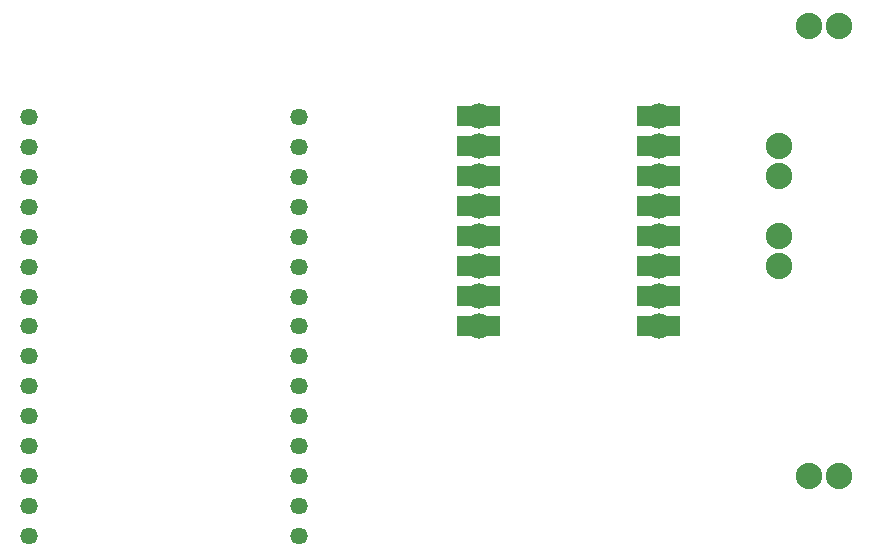
<source format=gbs>
G04 MADE WITH FRITZING*
G04 WWW.FRITZING.ORG*
G04 SINGLE SIDED*
G04 HOLES NOT PLATED*
G04 CONTOUR ON CENTER OF CONTOUR VECTOR*
%ASAXBY*%
%FSLAX23Y23*%
%MOIN*%
%OFA0B0*%
%SFA1.0B1.0*%
%ADD10C,0.084000*%
%ADD11C,0.057829*%
%ADD12C,0.088000*%
%ADD13R,0.001000X0.001000*%
%LNMASK0*%
G90*
G70*
G54D10*
X2448Y2210D03*
X2448Y2110D03*
X2448Y2010D03*
X2448Y1910D03*
X2448Y1810D03*
X2448Y1710D03*
X2448Y1610D03*
X2448Y1510D03*
X1848Y1510D03*
X1848Y1610D03*
X1848Y1710D03*
X1848Y1810D03*
X1848Y1910D03*
X1848Y2010D03*
X1848Y2110D03*
X1848Y2210D03*
G54D11*
X1248Y2009D03*
X351Y2208D03*
X351Y2109D03*
X351Y2009D03*
X351Y1909D03*
X351Y1809D03*
X1248Y2109D03*
X1248Y2208D03*
X1248Y1909D03*
X351Y1709D03*
X351Y1609D03*
X351Y1510D03*
X351Y1410D03*
X351Y1310D03*
X351Y1210D03*
X351Y1110D03*
X351Y1010D03*
X351Y910D03*
X351Y811D03*
X1248Y1510D03*
X1248Y1410D03*
X1248Y1310D03*
X1248Y1210D03*
X1248Y1110D03*
X1248Y1010D03*
X1248Y910D03*
X1248Y811D03*
X1248Y1809D03*
X1248Y1709D03*
X1248Y1609D03*
G54D12*
X2848Y2110D03*
X2848Y2010D03*
X2848Y1810D03*
X2848Y1710D03*
X3048Y2510D03*
X2948Y2510D03*
X3048Y1010D03*
X2948Y1010D03*
G54D13*
X1778Y2244D02*
X1918Y2244D01*
X2378Y2244D02*
X2518Y2244D01*
X1778Y2243D02*
X1918Y2243D01*
X2378Y2243D02*
X2518Y2243D01*
X1778Y2242D02*
X1918Y2242D01*
X2378Y2242D02*
X2518Y2242D01*
X1778Y2241D02*
X1918Y2241D01*
X2378Y2241D02*
X2518Y2241D01*
X1778Y2240D02*
X1918Y2240D01*
X2378Y2240D02*
X2518Y2240D01*
X1778Y2239D02*
X1918Y2239D01*
X2378Y2239D02*
X2518Y2239D01*
X1778Y2238D02*
X1918Y2238D01*
X2378Y2238D02*
X2518Y2238D01*
X1778Y2237D02*
X1918Y2237D01*
X2378Y2237D02*
X2518Y2237D01*
X1778Y2236D02*
X1918Y2236D01*
X2378Y2236D02*
X2518Y2236D01*
X1778Y2235D02*
X1918Y2235D01*
X2378Y2235D02*
X2518Y2235D01*
X1778Y2234D02*
X1918Y2234D01*
X2378Y2234D02*
X2518Y2234D01*
X1778Y2233D02*
X1840Y2233D01*
X1856Y2233D02*
X1918Y2233D01*
X2378Y2233D02*
X2440Y2233D01*
X2456Y2233D02*
X2518Y2233D01*
X1778Y2232D02*
X1838Y2232D01*
X1858Y2232D02*
X1918Y2232D01*
X2378Y2232D02*
X2438Y2232D01*
X2458Y2232D02*
X2518Y2232D01*
X1778Y2231D02*
X1836Y2231D01*
X1860Y2231D02*
X1918Y2231D01*
X2378Y2231D02*
X2436Y2231D01*
X2460Y2231D02*
X2518Y2231D01*
X1778Y2230D02*
X1834Y2230D01*
X1862Y2230D02*
X1918Y2230D01*
X2378Y2230D02*
X2434Y2230D01*
X2462Y2230D02*
X2518Y2230D01*
X1778Y2229D02*
X1833Y2229D01*
X1863Y2229D02*
X1918Y2229D01*
X2378Y2229D02*
X2433Y2229D01*
X2463Y2229D02*
X2518Y2229D01*
X1778Y2228D02*
X1832Y2228D01*
X1864Y2228D02*
X1918Y2228D01*
X2378Y2228D02*
X2432Y2228D01*
X2464Y2228D02*
X2518Y2228D01*
X1778Y2227D02*
X1831Y2227D01*
X1865Y2227D02*
X1918Y2227D01*
X2378Y2227D02*
X2431Y2227D01*
X2465Y2227D02*
X2518Y2227D01*
X1778Y2226D02*
X1830Y2226D01*
X1866Y2226D02*
X1918Y2226D01*
X2378Y2226D02*
X2430Y2226D01*
X2466Y2226D02*
X2518Y2226D01*
X1778Y2225D02*
X1829Y2225D01*
X1867Y2225D02*
X1918Y2225D01*
X2378Y2225D02*
X2429Y2225D01*
X2467Y2225D02*
X2518Y2225D01*
X1778Y2224D02*
X1828Y2224D01*
X1868Y2224D02*
X1918Y2224D01*
X2378Y2224D02*
X2428Y2224D01*
X2468Y2224D02*
X2518Y2224D01*
X1778Y2223D02*
X1827Y2223D01*
X1868Y2223D02*
X1918Y2223D01*
X2378Y2223D02*
X2427Y2223D01*
X2468Y2223D02*
X2518Y2223D01*
X1778Y2222D02*
X1827Y2222D01*
X1869Y2222D02*
X1918Y2222D01*
X2378Y2222D02*
X2427Y2222D01*
X2469Y2222D02*
X2518Y2222D01*
X1778Y2221D02*
X1826Y2221D01*
X1869Y2221D02*
X1918Y2221D01*
X2378Y2221D02*
X2426Y2221D01*
X2469Y2221D02*
X2518Y2221D01*
X1778Y2220D02*
X1826Y2220D01*
X1870Y2220D02*
X1918Y2220D01*
X2378Y2220D02*
X2426Y2220D01*
X2470Y2220D02*
X2518Y2220D01*
X1778Y2219D02*
X1825Y2219D01*
X1870Y2219D02*
X1918Y2219D01*
X2378Y2219D02*
X2425Y2219D01*
X2470Y2219D02*
X2518Y2219D01*
X1778Y2218D02*
X1825Y2218D01*
X1871Y2218D02*
X1918Y2218D01*
X2378Y2218D02*
X2425Y2218D01*
X2471Y2218D02*
X2518Y2218D01*
X1778Y2217D02*
X1825Y2217D01*
X1871Y2217D02*
X1918Y2217D01*
X2378Y2217D02*
X2425Y2217D01*
X2471Y2217D02*
X2518Y2217D01*
X1778Y2216D02*
X1825Y2216D01*
X1871Y2216D02*
X1918Y2216D01*
X2378Y2216D02*
X2425Y2216D01*
X2471Y2216D02*
X2518Y2216D01*
X1778Y2215D02*
X1824Y2215D01*
X1872Y2215D02*
X1918Y2215D01*
X2378Y2215D02*
X2424Y2215D01*
X2472Y2215D02*
X2518Y2215D01*
X1778Y2214D02*
X1824Y2214D01*
X1872Y2214D02*
X1918Y2214D01*
X2378Y2214D02*
X2424Y2214D01*
X2472Y2214D02*
X2518Y2214D01*
X1778Y2213D02*
X1824Y2213D01*
X1872Y2213D02*
X1918Y2213D01*
X2378Y2213D02*
X2424Y2213D01*
X2472Y2213D02*
X2518Y2213D01*
X1778Y2212D02*
X1824Y2212D01*
X1872Y2212D02*
X1918Y2212D01*
X2378Y2212D02*
X2424Y2212D01*
X2472Y2212D02*
X2518Y2212D01*
X1778Y2211D02*
X1824Y2211D01*
X1872Y2211D02*
X1918Y2211D01*
X2378Y2211D02*
X2424Y2211D01*
X2472Y2211D02*
X2518Y2211D01*
X1778Y2210D02*
X1824Y2210D01*
X1872Y2210D02*
X1918Y2210D01*
X2378Y2210D02*
X2424Y2210D01*
X2472Y2210D02*
X2518Y2210D01*
X1778Y2209D02*
X1824Y2209D01*
X1872Y2209D02*
X1918Y2209D01*
X2378Y2209D02*
X2424Y2209D01*
X2472Y2209D02*
X2518Y2209D01*
X1778Y2208D02*
X1824Y2208D01*
X1872Y2208D02*
X1918Y2208D01*
X2378Y2208D02*
X2424Y2208D01*
X2472Y2208D02*
X2518Y2208D01*
X1778Y2207D02*
X1824Y2207D01*
X1872Y2207D02*
X1918Y2207D01*
X2378Y2207D02*
X2424Y2207D01*
X2472Y2207D02*
X2518Y2207D01*
X1778Y2206D02*
X1824Y2206D01*
X1872Y2206D02*
X1918Y2206D01*
X2378Y2206D02*
X2424Y2206D01*
X2472Y2206D02*
X2518Y2206D01*
X1778Y2205D02*
X1825Y2205D01*
X1871Y2205D02*
X1918Y2205D01*
X2378Y2205D02*
X2425Y2205D01*
X2471Y2205D02*
X2518Y2205D01*
X1778Y2204D02*
X1825Y2204D01*
X1871Y2204D02*
X1918Y2204D01*
X2378Y2204D02*
X2425Y2204D01*
X2471Y2204D02*
X2518Y2204D01*
X1778Y2203D02*
X1825Y2203D01*
X1871Y2203D02*
X1918Y2203D01*
X2378Y2203D02*
X2425Y2203D01*
X2471Y2203D02*
X2518Y2203D01*
X1778Y2202D02*
X1825Y2202D01*
X1870Y2202D02*
X1918Y2202D01*
X2378Y2202D02*
X2425Y2202D01*
X2470Y2202D02*
X2518Y2202D01*
X1778Y2201D02*
X1826Y2201D01*
X1870Y2201D02*
X1918Y2201D01*
X2378Y2201D02*
X2426Y2201D01*
X2470Y2201D02*
X2518Y2201D01*
X1778Y2200D02*
X1826Y2200D01*
X1869Y2200D02*
X1918Y2200D01*
X2378Y2200D02*
X2426Y2200D01*
X2469Y2200D02*
X2518Y2200D01*
X1778Y2199D02*
X1827Y2199D01*
X1869Y2199D02*
X1918Y2199D01*
X2378Y2199D02*
X2427Y2199D01*
X2469Y2199D02*
X2518Y2199D01*
X1778Y2198D02*
X1828Y2198D01*
X1868Y2198D02*
X1918Y2198D01*
X2378Y2198D02*
X2428Y2198D01*
X2468Y2198D02*
X2518Y2198D01*
X1778Y2197D02*
X1828Y2197D01*
X1868Y2197D02*
X1918Y2197D01*
X2378Y2197D02*
X2428Y2197D01*
X2468Y2197D02*
X2518Y2197D01*
X1778Y2196D02*
X1829Y2196D01*
X1867Y2196D02*
X1918Y2196D01*
X2378Y2196D02*
X2429Y2196D01*
X2467Y2196D02*
X2518Y2196D01*
X1778Y2195D02*
X1830Y2195D01*
X1866Y2195D02*
X1918Y2195D01*
X2378Y2195D02*
X2430Y2195D01*
X2466Y2195D02*
X2518Y2195D01*
X1778Y2194D02*
X1831Y2194D01*
X1865Y2194D02*
X1918Y2194D01*
X2378Y2194D02*
X2431Y2194D01*
X2465Y2194D02*
X2518Y2194D01*
X1778Y2193D02*
X1832Y2193D01*
X1864Y2193D02*
X1918Y2193D01*
X2378Y2193D02*
X2432Y2193D01*
X2464Y2193D02*
X2518Y2193D01*
X1778Y2192D02*
X1833Y2192D01*
X1863Y2192D02*
X1918Y2192D01*
X2378Y2192D02*
X2433Y2192D01*
X2463Y2192D02*
X2518Y2192D01*
X1778Y2191D02*
X1834Y2191D01*
X1861Y2191D02*
X1918Y2191D01*
X2378Y2191D02*
X2434Y2191D01*
X2461Y2191D02*
X2518Y2191D01*
X1778Y2190D02*
X1836Y2190D01*
X1860Y2190D02*
X1918Y2190D01*
X2378Y2190D02*
X2436Y2190D01*
X2460Y2190D02*
X2518Y2190D01*
X1778Y2189D02*
X1838Y2189D01*
X1858Y2189D02*
X1918Y2189D01*
X2378Y2189D02*
X2438Y2189D01*
X2458Y2189D02*
X2518Y2189D01*
X1778Y2188D02*
X1841Y2188D01*
X1855Y2188D02*
X1918Y2188D01*
X2378Y2188D02*
X2441Y2188D01*
X2455Y2188D02*
X2518Y2188D01*
X1778Y2187D02*
X1918Y2187D01*
X2378Y2187D02*
X2518Y2187D01*
X1778Y2186D02*
X1918Y2186D01*
X2378Y2186D02*
X2518Y2186D01*
X1778Y2185D02*
X1918Y2185D01*
X2378Y2185D02*
X2518Y2185D01*
X1778Y2184D02*
X1918Y2184D01*
X2378Y2184D02*
X2518Y2184D01*
X1778Y2183D02*
X1918Y2183D01*
X2378Y2183D02*
X2518Y2183D01*
X1778Y2182D02*
X1918Y2182D01*
X2378Y2182D02*
X2518Y2182D01*
X1778Y2181D02*
X1918Y2181D01*
X2378Y2181D02*
X2518Y2181D01*
X1778Y2180D02*
X1918Y2180D01*
X2378Y2180D02*
X2518Y2180D01*
X1778Y2179D02*
X1918Y2179D01*
X2378Y2179D02*
X2518Y2179D01*
X1778Y2178D02*
X1918Y2178D01*
X2378Y2178D02*
X2518Y2178D01*
X1844Y2177D02*
X1852Y2177D01*
X2444Y2177D02*
X2452Y2177D01*
X1778Y2144D02*
X1918Y2144D01*
X2378Y2144D02*
X2518Y2144D01*
X1778Y2143D02*
X1918Y2143D01*
X2378Y2143D02*
X2518Y2143D01*
X1778Y2142D02*
X1918Y2142D01*
X2378Y2142D02*
X2518Y2142D01*
X1778Y2141D02*
X1918Y2141D01*
X2378Y2141D02*
X2518Y2141D01*
X1778Y2140D02*
X1918Y2140D01*
X2378Y2140D02*
X2518Y2140D01*
X1778Y2139D02*
X1918Y2139D01*
X2378Y2139D02*
X2518Y2139D01*
X1778Y2138D02*
X1918Y2138D01*
X2378Y2138D02*
X2518Y2138D01*
X1778Y2137D02*
X1918Y2137D01*
X2378Y2137D02*
X2518Y2137D01*
X1778Y2136D02*
X1918Y2136D01*
X2378Y2136D02*
X2518Y2136D01*
X1778Y2135D02*
X1918Y2135D01*
X2378Y2135D02*
X2518Y2135D01*
X1778Y2134D02*
X1918Y2134D01*
X2378Y2134D02*
X2518Y2134D01*
X1778Y2133D02*
X1840Y2133D01*
X1856Y2133D02*
X1918Y2133D01*
X2378Y2133D02*
X2440Y2133D01*
X2456Y2133D02*
X2518Y2133D01*
X1778Y2132D02*
X1838Y2132D01*
X1858Y2132D02*
X1918Y2132D01*
X2378Y2132D02*
X2438Y2132D01*
X2458Y2132D02*
X2518Y2132D01*
X1778Y2131D02*
X1836Y2131D01*
X1860Y2131D02*
X1918Y2131D01*
X2378Y2131D02*
X2436Y2131D01*
X2460Y2131D02*
X2518Y2131D01*
X1778Y2130D02*
X1834Y2130D01*
X1862Y2130D02*
X1918Y2130D01*
X2378Y2130D02*
X2434Y2130D01*
X2462Y2130D02*
X2518Y2130D01*
X1778Y2129D02*
X1833Y2129D01*
X1863Y2129D02*
X1918Y2129D01*
X2378Y2129D02*
X2433Y2129D01*
X2463Y2129D02*
X2518Y2129D01*
X1778Y2128D02*
X1832Y2128D01*
X1864Y2128D02*
X1918Y2128D01*
X2378Y2128D02*
X2432Y2128D01*
X2464Y2128D02*
X2518Y2128D01*
X1778Y2127D02*
X1831Y2127D01*
X1865Y2127D02*
X1918Y2127D01*
X2378Y2127D02*
X2431Y2127D01*
X2465Y2127D02*
X2518Y2127D01*
X1778Y2126D02*
X1830Y2126D01*
X1866Y2126D02*
X1918Y2126D01*
X2378Y2126D02*
X2430Y2126D01*
X2466Y2126D02*
X2518Y2126D01*
X1778Y2125D02*
X1829Y2125D01*
X1867Y2125D02*
X1918Y2125D01*
X2378Y2125D02*
X2429Y2125D01*
X2467Y2125D02*
X2518Y2125D01*
X1778Y2124D02*
X1828Y2124D01*
X1868Y2124D02*
X1918Y2124D01*
X2378Y2124D02*
X2428Y2124D01*
X2468Y2124D02*
X2518Y2124D01*
X1778Y2123D02*
X1827Y2123D01*
X1868Y2123D02*
X1918Y2123D01*
X2378Y2123D02*
X2427Y2123D01*
X2468Y2123D02*
X2518Y2123D01*
X1778Y2122D02*
X1827Y2122D01*
X1869Y2122D02*
X1918Y2122D01*
X2378Y2122D02*
X2427Y2122D01*
X2469Y2122D02*
X2518Y2122D01*
X1778Y2121D02*
X1826Y2121D01*
X1870Y2121D02*
X1918Y2121D01*
X2378Y2121D02*
X2426Y2121D01*
X2470Y2121D02*
X2518Y2121D01*
X1778Y2120D02*
X1826Y2120D01*
X1870Y2120D02*
X1918Y2120D01*
X2378Y2120D02*
X2426Y2120D01*
X2470Y2120D02*
X2518Y2120D01*
X1778Y2119D02*
X1825Y2119D01*
X1870Y2119D02*
X1918Y2119D01*
X2378Y2119D02*
X2425Y2119D01*
X2470Y2119D02*
X2518Y2119D01*
X1778Y2118D02*
X1825Y2118D01*
X1871Y2118D02*
X1918Y2118D01*
X2378Y2118D02*
X2425Y2118D01*
X2471Y2118D02*
X2518Y2118D01*
X1778Y2117D02*
X1825Y2117D01*
X1871Y2117D02*
X1918Y2117D01*
X2378Y2117D02*
X2425Y2117D01*
X2471Y2117D02*
X2518Y2117D01*
X1778Y2116D02*
X1825Y2116D01*
X1871Y2116D02*
X1918Y2116D01*
X2378Y2116D02*
X2425Y2116D01*
X2471Y2116D02*
X2518Y2116D01*
X1778Y2115D02*
X1824Y2115D01*
X1872Y2115D02*
X1918Y2115D01*
X2378Y2115D02*
X2424Y2115D01*
X2472Y2115D02*
X2518Y2115D01*
X1778Y2114D02*
X1824Y2114D01*
X1872Y2114D02*
X1918Y2114D01*
X2378Y2114D02*
X2424Y2114D01*
X2472Y2114D02*
X2518Y2114D01*
X1778Y2113D02*
X1824Y2113D01*
X1872Y2113D02*
X1918Y2113D01*
X2378Y2113D02*
X2424Y2113D01*
X2472Y2113D02*
X2518Y2113D01*
X1778Y2112D02*
X1824Y2112D01*
X1872Y2112D02*
X1918Y2112D01*
X2378Y2112D02*
X2424Y2112D01*
X2472Y2112D02*
X2518Y2112D01*
X1778Y2111D02*
X1824Y2111D01*
X1872Y2111D02*
X1918Y2111D01*
X2378Y2111D02*
X2424Y2111D01*
X2472Y2111D02*
X2518Y2111D01*
X1778Y2110D02*
X1824Y2110D01*
X1872Y2110D02*
X1918Y2110D01*
X2378Y2110D02*
X2424Y2110D01*
X2472Y2110D02*
X2518Y2110D01*
X1778Y2109D02*
X1824Y2109D01*
X1872Y2109D02*
X1918Y2109D01*
X2378Y2109D02*
X2424Y2109D01*
X2472Y2109D02*
X2518Y2109D01*
X1778Y2108D02*
X1824Y2108D01*
X1872Y2108D02*
X1918Y2108D01*
X2378Y2108D02*
X2424Y2108D01*
X2472Y2108D02*
X2518Y2108D01*
X1778Y2107D02*
X1824Y2107D01*
X1872Y2107D02*
X1918Y2107D01*
X2378Y2107D02*
X2424Y2107D01*
X2472Y2107D02*
X2518Y2107D01*
X1778Y2106D02*
X1824Y2106D01*
X1872Y2106D02*
X1918Y2106D01*
X2378Y2106D02*
X2424Y2106D01*
X2472Y2106D02*
X2518Y2106D01*
X1778Y2105D02*
X1825Y2105D01*
X1871Y2105D02*
X1918Y2105D01*
X2378Y2105D02*
X2425Y2105D01*
X2471Y2105D02*
X2518Y2105D01*
X1778Y2104D02*
X1825Y2104D01*
X1871Y2104D02*
X1918Y2104D01*
X2378Y2104D02*
X2425Y2104D01*
X2471Y2104D02*
X2518Y2104D01*
X1778Y2103D02*
X1825Y2103D01*
X1871Y2103D02*
X1918Y2103D01*
X2378Y2103D02*
X2425Y2103D01*
X2471Y2103D02*
X2518Y2103D01*
X1778Y2102D02*
X1825Y2102D01*
X1870Y2102D02*
X1918Y2102D01*
X2378Y2102D02*
X2425Y2102D01*
X2470Y2102D02*
X2518Y2102D01*
X1778Y2101D02*
X1826Y2101D01*
X1870Y2101D02*
X1918Y2101D01*
X2378Y2101D02*
X2426Y2101D01*
X2470Y2101D02*
X2518Y2101D01*
X1778Y2100D02*
X1826Y2100D01*
X1869Y2100D02*
X1918Y2100D01*
X2378Y2100D02*
X2426Y2100D01*
X2469Y2100D02*
X2518Y2100D01*
X1778Y2099D02*
X1827Y2099D01*
X1869Y2099D02*
X1918Y2099D01*
X2378Y2099D02*
X2427Y2099D01*
X2469Y2099D02*
X2518Y2099D01*
X1778Y2098D02*
X1828Y2098D01*
X1868Y2098D02*
X1918Y2098D01*
X2378Y2098D02*
X2428Y2098D01*
X2468Y2098D02*
X2518Y2098D01*
X1778Y2097D02*
X1828Y2097D01*
X1868Y2097D02*
X1918Y2097D01*
X2378Y2097D02*
X2428Y2097D01*
X2468Y2097D02*
X2518Y2097D01*
X1778Y2096D02*
X1829Y2096D01*
X1867Y2096D02*
X1918Y2096D01*
X2378Y2096D02*
X2429Y2096D01*
X2467Y2096D02*
X2518Y2096D01*
X1778Y2095D02*
X1830Y2095D01*
X1866Y2095D02*
X1918Y2095D01*
X2378Y2095D02*
X2430Y2095D01*
X2466Y2095D02*
X2518Y2095D01*
X1778Y2094D02*
X1831Y2094D01*
X1865Y2094D02*
X1918Y2094D01*
X2378Y2094D02*
X2431Y2094D01*
X2465Y2094D02*
X2518Y2094D01*
X1778Y2093D02*
X1832Y2093D01*
X1864Y2093D02*
X1918Y2093D01*
X2378Y2093D02*
X2432Y2093D01*
X2464Y2093D02*
X2518Y2093D01*
X1778Y2092D02*
X1833Y2092D01*
X1863Y2092D02*
X1918Y2092D01*
X2378Y2092D02*
X2433Y2092D01*
X2463Y2092D02*
X2518Y2092D01*
X1778Y2091D02*
X1834Y2091D01*
X1861Y2091D02*
X1918Y2091D01*
X2378Y2091D02*
X2434Y2091D01*
X2461Y2091D02*
X2518Y2091D01*
X1778Y2090D02*
X1836Y2090D01*
X1860Y2090D02*
X1918Y2090D01*
X2378Y2090D02*
X2436Y2090D01*
X2460Y2090D02*
X2518Y2090D01*
X1778Y2089D02*
X1838Y2089D01*
X1858Y2089D02*
X1918Y2089D01*
X2378Y2089D02*
X2438Y2089D01*
X2458Y2089D02*
X2518Y2089D01*
X1778Y2088D02*
X1841Y2088D01*
X1855Y2088D02*
X1918Y2088D01*
X2378Y2088D02*
X2441Y2088D01*
X2455Y2088D02*
X2518Y2088D01*
X1778Y2087D02*
X1918Y2087D01*
X2378Y2087D02*
X2518Y2087D01*
X1778Y2086D02*
X1918Y2086D01*
X2378Y2086D02*
X2518Y2086D01*
X1778Y2085D02*
X1918Y2085D01*
X2378Y2085D02*
X2518Y2085D01*
X1778Y2084D02*
X1918Y2084D01*
X2378Y2084D02*
X2518Y2084D01*
X1778Y2083D02*
X1918Y2083D01*
X2378Y2083D02*
X2518Y2083D01*
X1778Y2082D02*
X1918Y2082D01*
X2378Y2082D02*
X2518Y2082D01*
X1778Y2081D02*
X1918Y2081D01*
X2378Y2081D02*
X2518Y2081D01*
X1778Y2080D02*
X1918Y2080D01*
X2378Y2080D02*
X2518Y2080D01*
X1778Y2079D02*
X1918Y2079D01*
X2378Y2079D02*
X2518Y2079D01*
X1778Y2078D02*
X1918Y2078D01*
X2378Y2078D02*
X2518Y2078D01*
X1845Y2077D02*
X1851Y2077D01*
X2445Y2077D02*
X2451Y2077D01*
X1778Y2044D02*
X1918Y2044D01*
X2378Y2044D02*
X2518Y2044D01*
X1778Y2043D02*
X1918Y2043D01*
X2378Y2043D02*
X2518Y2043D01*
X1778Y2042D02*
X1918Y2042D01*
X2378Y2042D02*
X2518Y2042D01*
X1778Y2041D02*
X1918Y2041D01*
X2378Y2041D02*
X2518Y2041D01*
X1778Y2040D02*
X1918Y2040D01*
X2378Y2040D02*
X2518Y2040D01*
X1778Y2039D02*
X1918Y2039D01*
X2378Y2039D02*
X2518Y2039D01*
X1778Y2038D02*
X1918Y2038D01*
X2378Y2038D02*
X2518Y2038D01*
X1778Y2037D02*
X1918Y2037D01*
X2378Y2037D02*
X2518Y2037D01*
X1778Y2036D02*
X1918Y2036D01*
X2378Y2036D02*
X2518Y2036D01*
X1778Y2035D02*
X1918Y2035D01*
X2378Y2035D02*
X2518Y2035D01*
X1778Y2034D02*
X1918Y2034D01*
X2378Y2034D02*
X2518Y2034D01*
X1778Y2033D02*
X1840Y2033D01*
X1856Y2033D02*
X1918Y2033D01*
X2378Y2033D02*
X2440Y2033D01*
X2456Y2033D02*
X2518Y2033D01*
X1778Y2032D02*
X1838Y2032D01*
X1858Y2032D02*
X1918Y2032D01*
X2378Y2032D02*
X2438Y2032D01*
X2458Y2032D02*
X2518Y2032D01*
X1778Y2031D02*
X1836Y2031D01*
X1860Y2031D02*
X1918Y2031D01*
X2378Y2031D02*
X2436Y2031D01*
X2460Y2031D02*
X2518Y2031D01*
X1778Y2030D02*
X1834Y2030D01*
X1862Y2030D02*
X1918Y2030D01*
X2378Y2030D02*
X2434Y2030D01*
X2462Y2030D02*
X2518Y2030D01*
X1778Y2029D02*
X1833Y2029D01*
X1863Y2029D02*
X1918Y2029D01*
X2378Y2029D02*
X2433Y2029D01*
X2463Y2029D02*
X2518Y2029D01*
X1778Y2028D02*
X1832Y2028D01*
X1864Y2028D02*
X1918Y2028D01*
X2378Y2028D02*
X2432Y2028D01*
X2464Y2028D02*
X2518Y2028D01*
X1778Y2027D02*
X1831Y2027D01*
X1865Y2027D02*
X1918Y2027D01*
X2378Y2027D02*
X2431Y2027D01*
X2465Y2027D02*
X2518Y2027D01*
X1778Y2026D02*
X1830Y2026D01*
X1866Y2026D02*
X1918Y2026D01*
X2378Y2026D02*
X2430Y2026D01*
X2466Y2026D02*
X2518Y2026D01*
X1778Y2025D02*
X1829Y2025D01*
X1867Y2025D02*
X1918Y2025D01*
X2378Y2025D02*
X2429Y2025D01*
X2467Y2025D02*
X2518Y2025D01*
X1778Y2024D02*
X1828Y2024D01*
X1868Y2024D02*
X1918Y2024D01*
X2378Y2024D02*
X2428Y2024D01*
X2468Y2024D02*
X2518Y2024D01*
X1778Y2023D02*
X1827Y2023D01*
X1868Y2023D02*
X1918Y2023D01*
X2378Y2023D02*
X2427Y2023D01*
X2468Y2023D02*
X2518Y2023D01*
X1778Y2022D02*
X1827Y2022D01*
X1869Y2022D02*
X1918Y2022D01*
X2378Y2022D02*
X2427Y2022D01*
X2469Y2022D02*
X2518Y2022D01*
X1778Y2021D02*
X1826Y2021D01*
X1870Y2021D02*
X1918Y2021D01*
X2378Y2021D02*
X2426Y2021D01*
X2470Y2021D02*
X2518Y2021D01*
X1778Y2020D02*
X1826Y2020D01*
X1870Y2020D02*
X1918Y2020D01*
X2378Y2020D02*
X2426Y2020D01*
X2470Y2020D02*
X2518Y2020D01*
X1778Y2019D02*
X1825Y2019D01*
X1870Y2019D02*
X1918Y2019D01*
X2378Y2019D02*
X2425Y2019D01*
X2470Y2019D02*
X2518Y2019D01*
X1778Y2018D02*
X1825Y2018D01*
X1871Y2018D02*
X1918Y2018D01*
X2378Y2018D02*
X2425Y2018D01*
X2471Y2018D02*
X2518Y2018D01*
X1778Y2017D02*
X1825Y2017D01*
X1871Y2017D02*
X1918Y2017D01*
X2378Y2017D02*
X2425Y2017D01*
X2471Y2017D02*
X2518Y2017D01*
X1778Y2016D02*
X1825Y2016D01*
X1871Y2016D02*
X1918Y2016D01*
X2378Y2016D02*
X2425Y2016D01*
X2471Y2016D02*
X2518Y2016D01*
X1778Y2015D02*
X1824Y2015D01*
X1872Y2015D02*
X1918Y2015D01*
X2378Y2015D02*
X2424Y2015D01*
X2472Y2015D02*
X2518Y2015D01*
X1778Y2014D02*
X1824Y2014D01*
X1872Y2014D02*
X1918Y2014D01*
X2378Y2014D02*
X2424Y2014D01*
X2472Y2014D02*
X2518Y2014D01*
X1778Y2013D02*
X1824Y2013D01*
X1872Y2013D02*
X1918Y2013D01*
X2378Y2013D02*
X2424Y2013D01*
X2472Y2013D02*
X2518Y2013D01*
X1778Y2012D02*
X1824Y2012D01*
X1872Y2012D02*
X1918Y2012D01*
X2378Y2012D02*
X2424Y2012D01*
X2472Y2012D02*
X2518Y2012D01*
X1778Y2011D02*
X1824Y2011D01*
X1872Y2011D02*
X1918Y2011D01*
X2378Y2011D02*
X2424Y2011D01*
X2472Y2011D02*
X2518Y2011D01*
X1778Y2010D02*
X1824Y2010D01*
X1872Y2010D02*
X1918Y2010D01*
X2378Y2010D02*
X2424Y2010D01*
X2472Y2010D02*
X2518Y2010D01*
X1778Y2009D02*
X1824Y2009D01*
X1872Y2009D02*
X1918Y2009D01*
X2378Y2009D02*
X2424Y2009D01*
X2472Y2009D02*
X2518Y2009D01*
X1778Y2008D02*
X1824Y2008D01*
X1872Y2008D02*
X1918Y2008D01*
X2378Y2008D02*
X2424Y2008D01*
X2472Y2008D02*
X2518Y2008D01*
X1778Y2007D02*
X1824Y2007D01*
X1872Y2007D02*
X1918Y2007D01*
X2378Y2007D02*
X2424Y2007D01*
X2472Y2007D02*
X2518Y2007D01*
X1778Y2006D02*
X1824Y2006D01*
X1872Y2006D02*
X1918Y2006D01*
X2378Y2006D02*
X2424Y2006D01*
X2471Y2006D02*
X2518Y2006D01*
X1778Y2005D02*
X1825Y2005D01*
X1871Y2005D02*
X1918Y2005D01*
X2378Y2005D02*
X2425Y2005D01*
X2471Y2005D02*
X2518Y2005D01*
X1778Y2004D02*
X1825Y2004D01*
X1871Y2004D02*
X1918Y2004D01*
X2378Y2004D02*
X2425Y2004D01*
X2471Y2004D02*
X2518Y2004D01*
X1778Y2003D02*
X1825Y2003D01*
X1871Y2003D02*
X1918Y2003D01*
X2378Y2003D02*
X2425Y2003D01*
X2471Y2003D02*
X2518Y2003D01*
X1778Y2002D02*
X1826Y2002D01*
X1870Y2002D02*
X1918Y2002D01*
X2378Y2002D02*
X2426Y2002D01*
X2470Y2002D02*
X2518Y2002D01*
X1778Y2001D02*
X1826Y2001D01*
X1870Y2001D02*
X1918Y2001D01*
X2378Y2001D02*
X2426Y2001D01*
X2470Y2001D02*
X2518Y2001D01*
X1778Y2000D02*
X1827Y2000D01*
X1869Y2000D02*
X1918Y2000D01*
X2378Y2000D02*
X2427Y2000D01*
X2469Y2000D02*
X2518Y2000D01*
X1778Y1999D02*
X1827Y1999D01*
X1869Y1999D02*
X1918Y1999D01*
X2378Y1999D02*
X2427Y1999D01*
X2469Y1999D02*
X2518Y1999D01*
X1778Y1998D02*
X1828Y1998D01*
X1868Y1998D02*
X1918Y1998D01*
X2378Y1998D02*
X2428Y1998D01*
X2468Y1998D02*
X2518Y1998D01*
X1778Y1997D02*
X1828Y1997D01*
X1868Y1997D02*
X1918Y1997D01*
X2378Y1997D02*
X2428Y1997D01*
X2468Y1997D02*
X2518Y1997D01*
X1778Y1996D02*
X1829Y1996D01*
X1867Y1996D02*
X1918Y1996D01*
X2378Y1996D02*
X2429Y1996D01*
X2467Y1996D02*
X2518Y1996D01*
X1778Y1995D02*
X1830Y1995D01*
X1866Y1995D02*
X1918Y1995D01*
X2378Y1995D02*
X2430Y1995D01*
X2466Y1995D02*
X2518Y1995D01*
X1778Y1994D02*
X1831Y1994D01*
X1865Y1994D02*
X1918Y1994D01*
X2378Y1994D02*
X2431Y1994D01*
X2465Y1994D02*
X2518Y1994D01*
X1778Y1993D02*
X1832Y1993D01*
X1864Y1993D02*
X1918Y1993D01*
X2378Y1993D02*
X2432Y1993D01*
X2464Y1993D02*
X2518Y1993D01*
X1778Y1992D02*
X1833Y1992D01*
X1863Y1992D02*
X1918Y1992D01*
X2378Y1992D02*
X2433Y1992D01*
X2463Y1992D02*
X2518Y1992D01*
X1778Y1991D02*
X1835Y1991D01*
X1861Y1991D02*
X1918Y1991D01*
X2378Y1991D02*
X2435Y1991D01*
X2461Y1991D02*
X2518Y1991D01*
X1778Y1990D02*
X1836Y1990D01*
X1860Y1990D02*
X1918Y1990D01*
X2378Y1990D02*
X2436Y1990D01*
X2460Y1990D02*
X2518Y1990D01*
X1778Y1989D02*
X1838Y1989D01*
X1858Y1989D02*
X1918Y1989D01*
X2378Y1989D02*
X2438Y1989D01*
X2458Y1989D02*
X2518Y1989D01*
X1778Y1988D02*
X1841Y1988D01*
X1855Y1988D02*
X1918Y1988D01*
X2378Y1988D02*
X2441Y1988D01*
X2455Y1988D02*
X2518Y1988D01*
X1778Y1987D02*
X1918Y1987D01*
X2378Y1987D02*
X2518Y1987D01*
X1778Y1986D02*
X1918Y1986D01*
X2378Y1986D02*
X2518Y1986D01*
X1778Y1985D02*
X1918Y1985D01*
X2378Y1985D02*
X2518Y1985D01*
X1778Y1984D02*
X1918Y1984D01*
X2378Y1984D02*
X2518Y1984D01*
X1778Y1983D02*
X1918Y1983D01*
X2378Y1983D02*
X2518Y1983D01*
X1778Y1982D02*
X1918Y1982D01*
X2378Y1982D02*
X2518Y1982D01*
X1778Y1981D02*
X1918Y1981D01*
X2378Y1981D02*
X2518Y1981D01*
X1778Y1980D02*
X1918Y1980D01*
X2378Y1980D02*
X2518Y1980D01*
X1778Y1979D02*
X1918Y1979D01*
X2378Y1979D02*
X2518Y1979D01*
X1778Y1978D02*
X1918Y1978D01*
X2378Y1978D02*
X2518Y1978D01*
X1845Y1977D02*
X1850Y1977D01*
X2445Y1977D02*
X2450Y1977D01*
X1778Y1944D02*
X1918Y1944D01*
X2378Y1944D02*
X2518Y1944D01*
X1778Y1943D02*
X1918Y1943D01*
X2378Y1943D02*
X2518Y1943D01*
X1778Y1942D02*
X1918Y1942D01*
X2378Y1942D02*
X2518Y1942D01*
X1778Y1941D02*
X1918Y1941D01*
X2378Y1941D02*
X2518Y1941D01*
X1778Y1940D02*
X1918Y1940D01*
X2378Y1940D02*
X2518Y1940D01*
X1778Y1939D02*
X1918Y1939D01*
X2378Y1939D02*
X2518Y1939D01*
X1778Y1938D02*
X1918Y1938D01*
X2378Y1938D02*
X2518Y1938D01*
X1778Y1937D02*
X1918Y1937D01*
X2378Y1937D02*
X2518Y1937D01*
X1778Y1936D02*
X1918Y1936D01*
X2378Y1936D02*
X2518Y1936D01*
X1778Y1935D02*
X1918Y1935D01*
X2378Y1935D02*
X2518Y1935D01*
X1778Y1934D02*
X1918Y1934D01*
X2378Y1934D02*
X2518Y1934D01*
X1778Y1933D02*
X1840Y1933D01*
X1856Y1933D02*
X1918Y1933D01*
X2378Y1933D02*
X2440Y1933D01*
X2456Y1933D02*
X2518Y1933D01*
X1778Y1932D02*
X1837Y1932D01*
X1858Y1932D02*
X1918Y1932D01*
X2378Y1932D02*
X2437Y1932D01*
X2458Y1932D02*
X2518Y1932D01*
X1778Y1931D02*
X1836Y1931D01*
X1860Y1931D02*
X1918Y1931D01*
X2378Y1931D02*
X2436Y1931D01*
X2460Y1931D02*
X2518Y1931D01*
X1778Y1930D02*
X1834Y1930D01*
X1862Y1930D02*
X1918Y1930D01*
X2378Y1930D02*
X2434Y1930D01*
X2462Y1930D02*
X2518Y1930D01*
X1778Y1929D02*
X1833Y1929D01*
X1863Y1929D02*
X1918Y1929D01*
X2378Y1929D02*
X2433Y1929D01*
X2463Y1929D02*
X2518Y1929D01*
X1778Y1928D02*
X1832Y1928D01*
X1864Y1928D02*
X1918Y1928D01*
X2378Y1928D02*
X2432Y1928D01*
X2464Y1928D02*
X2518Y1928D01*
X1778Y1927D02*
X1831Y1927D01*
X1865Y1927D02*
X1918Y1927D01*
X2378Y1927D02*
X2431Y1927D01*
X2465Y1927D02*
X2518Y1927D01*
X1778Y1926D02*
X1830Y1926D01*
X1866Y1926D02*
X1918Y1926D01*
X2378Y1926D02*
X2430Y1926D01*
X2466Y1926D02*
X2518Y1926D01*
X1778Y1925D02*
X1829Y1925D01*
X1867Y1925D02*
X1918Y1925D01*
X2378Y1925D02*
X2429Y1925D01*
X2467Y1925D02*
X2518Y1925D01*
X1778Y1924D02*
X1828Y1924D01*
X1868Y1924D02*
X1918Y1924D01*
X2378Y1924D02*
X2428Y1924D01*
X2468Y1924D02*
X2518Y1924D01*
X1778Y1923D02*
X1827Y1923D01*
X1868Y1923D02*
X1918Y1923D01*
X2378Y1923D02*
X2427Y1923D01*
X2468Y1923D02*
X2518Y1923D01*
X1778Y1922D02*
X1827Y1922D01*
X1869Y1922D02*
X1918Y1922D01*
X2378Y1922D02*
X2427Y1922D01*
X2469Y1922D02*
X2518Y1922D01*
X1778Y1921D02*
X1826Y1921D01*
X1870Y1921D02*
X1918Y1921D01*
X2378Y1921D02*
X2426Y1921D01*
X2470Y1921D02*
X2518Y1921D01*
X1778Y1920D02*
X1826Y1920D01*
X1870Y1920D02*
X1918Y1920D01*
X2378Y1920D02*
X2426Y1920D01*
X2470Y1920D02*
X2518Y1920D01*
X1778Y1919D02*
X1825Y1919D01*
X1870Y1919D02*
X1918Y1919D01*
X2378Y1919D02*
X2425Y1919D01*
X2470Y1919D02*
X2518Y1919D01*
X1778Y1918D02*
X1825Y1918D01*
X1871Y1918D02*
X1918Y1918D01*
X2378Y1918D02*
X2425Y1918D01*
X2471Y1918D02*
X2518Y1918D01*
X1778Y1917D02*
X1825Y1917D01*
X1871Y1917D02*
X1918Y1917D01*
X2378Y1917D02*
X2425Y1917D01*
X2471Y1917D02*
X2518Y1917D01*
X1778Y1916D02*
X1824Y1916D01*
X1871Y1916D02*
X1918Y1916D01*
X2378Y1916D02*
X2424Y1916D01*
X2471Y1916D02*
X2518Y1916D01*
X1778Y1915D02*
X1824Y1915D01*
X1872Y1915D02*
X1918Y1915D01*
X2378Y1915D02*
X2424Y1915D01*
X2472Y1915D02*
X2518Y1915D01*
X1778Y1914D02*
X1824Y1914D01*
X1872Y1914D02*
X1918Y1914D01*
X2378Y1914D02*
X2424Y1914D01*
X2472Y1914D02*
X2518Y1914D01*
X1778Y1913D02*
X1824Y1913D01*
X1872Y1913D02*
X1918Y1913D01*
X2378Y1913D02*
X2424Y1913D01*
X2472Y1913D02*
X2518Y1913D01*
X1778Y1912D02*
X1824Y1912D01*
X1872Y1912D02*
X1918Y1912D01*
X2378Y1912D02*
X2424Y1912D01*
X2472Y1912D02*
X2518Y1912D01*
X1778Y1911D02*
X1824Y1911D01*
X1872Y1911D02*
X1918Y1911D01*
X2378Y1911D02*
X2424Y1911D01*
X2472Y1911D02*
X2518Y1911D01*
X1778Y1910D02*
X1824Y1910D01*
X1872Y1910D02*
X1918Y1910D01*
X2378Y1910D02*
X2424Y1910D01*
X2472Y1910D02*
X2518Y1910D01*
X1778Y1909D02*
X1824Y1909D01*
X1872Y1909D02*
X1918Y1909D01*
X2378Y1909D02*
X2424Y1909D01*
X2472Y1909D02*
X2518Y1909D01*
X1778Y1908D02*
X1824Y1908D01*
X1872Y1908D02*
X1918Y1908D01*
X2378Y1908D02*
X2424Y1908D01*
X2472Y1908D02*
X2518Y1908D01*
X1778Y1907D02*
X1824Y1907D01*
X1872Y1907D02*
X1918Y1907D01*
X2378Y1907D02*
X2424Y1907D01*
X2472Y1907D02*
X2518Y1907D01*
X1778Y1906D02*
X1824Y1906D01*
X1872Y1906D02*
X1918Y1906D01*
X2378Y1906D02*
X2424Y1906D01*
X2471Y1906D02*
X2518Y1906D01*
X1778Y1905D02*
X1825Y1905D01*
X1871Y1905D02*
X1918Y1905D01*
X2378Y1905D02*
X2425Y1905D01*
X2471Y1905D02*
X2518Y1905D01*
X1778Y1904D02*
X1825Y1904D01*
X1871Y1904D02*
X1918Y1904D01*
X2378Y1904D02*
X2425Y1904D01*
X2471Y1904D02*
X2518Y1904D01*
X1778Y1903D02*
X1825Y1903D01*
X1871Y1903D02*
X1918Y1903D01*
X2378Y1903D02*
X2425Y1903D01*
X2471Y1903D02*
X2518Y1903D01*
X1778Y1902D02*
X1826Y1902D01*
X1870Y1902D02*
X1918Y1902D01*
X2378Y1902D02*
X2426Y1902D01*
X2470Y1902D02*
X2518Y1902D01*
X1778Y1901D02*
X1826Y1901D01*
X1870Y1901D02*
X1918Y1901D01*
X2378Y1901D02*
X2426Y1901D01*
X2470Y1901D02*
X2518Y1901D01*
X1778Y1900D02*
X1827Y1900D01*
X1869Y1900D02*
X1918Y1900D01*
X2378Y1900D02*
X2427Y1900D01*
X2469Y1900D02*
X2518Y1900D01*
X1778Y1899D02*
X1827Y1899D01*
X1869Y1899D02*
X1918Y1899D01*
X2378Y1899D02*
X2427Y1899D01*
X2469Y1899D02*
X2518Y1899D01*
X1778Y1898D02*
X1828Y1898D01*
X1868Y1898D02*
X1918Y1898D01*
X2378Y1898D02*
X2428Y1898D01*
X2468Y1898D02*
X2518Y1898D01*
X1778Y1897D02*
X1828Y1897D01*
X1868Y1897D02*
X1918Y1897D01*
X2378Y1897D02*
X2428Y1897D01*
X2468Y1897D02*
X2518Y1897D01*
X1778Y1896D02*
X1829Y1896D01*
X1867Y1896D02*
X1918Y1896D01*
X2378Y1896D02*
X2429Y1896D01*
X2467Y1896D02*
X2518Y1896D01*
X1778Y1895D02*
X1830Y1895D01*
X1866Y1895D02*
X1918Y1895D01*
X2378Y1895D02*
X2430Y1895D01*
X2466Y1895D02*
X2518Y1895D01*
X1778Y1894D02*
X1831Y1894D01*
X1865Y1894D02*
X1918Y1894D01*
X2378Y1894D02*
X2431Y1894D01*
X2465Y1894D02*
X2518Y1894D01*
X1778Y1893D02*
X1832Y1893D01*
X1864Y1893D02*
X1918Y1893D01*
X2378Y1893D02*
X2432Y1893D01*
X2464Y1893D02*
X2518Y1893D01*
X1778Y1892D02*
X1833Y1892D01*
X1863Y1892D02*
X1918Y1892D01*
X2378Y1892D02*
X2433Y1892D01*
X2463Y1892D02*
X2518Y1892D01*
X1778Y1891D02*
X1835Y1891D01*
X1861Y1891D02*
X1918Y1891D01*
X2378Y1891D02*
X2435Y1891D01*
X2461Y1891D02*
X2518Y1891D01*
X1778Y1890D02*
X1836Y1890D01*
X1859Y1890D02*
X1918Y1890D01*
X2378Y1890D02*
X2436Y1890D01*
X2459Y1890D02*
X2518Y1890D01*
X1778Y1889D02*
X1838Y1889D01*
X1858Y1889D02*
X1918Y1889D01*
X2378Y1889D02*
X2438Y1889D01*
X2458Y1889D02*
X2518Y1889D01*
X1778Y1888D02*
X1841Y1888D01*
X1855Y1888D02*
X1918Y1888D01*
X2378Y1888D02*
X2441Y1888D01*
X2455Y1888D02*
X2518Y1888D01*
X1778Y1887D02*
X1918Y1887D01*
X2378Y1887D02*
X2518Y1887D01*
X1778Y1886D02*
X1918Y1886D01*
X2378Y1886D02*
X2518Y1886D01*
X1778Y1885D02*
X1918Y1885D01*
X2378Y1885D02*
X2518Y1885D01*
X1778Y1884D02*
X1918Y1884D01*
X2378Y1884D02*
X2518Y1884D01*
X1778Y1883D02*
X1918Y1883D01*
X2378Y1883D02*
X2518Y1883D01*
X1778Y1882D02*
X1918Y1882D01*
X2378Y1882D02*
X2518Y1882D01*
X1778Y1881D02*
X1918Y1881D01*
X2378Y1881D02*
X2518Y1881D01*
X1778Y1880D02*
X1918Y1880D01*
X2378Y1880D02*
X2518Y1880D01*
X1778Y1879D02*
X1918Y1879D01*
X2378Y1879D02*
X2518Y1879D01*
X1778Y1878D02*
X1918Y1878D01*
X2378Y1878D02*
X2518Y1878D01*
X1847Y1877D02*
X1849Y1877D01*
X2447Y1877D02*
X2449Y1877D01*
X1778Y1844D02*
X1918Y1844D01*
X2378Y1844D02*
X2518Y1844D01*
X1778Y1843D02*
X1918Y1843D01*
X2378Y1843D02*
X2518Y1843D01*
X1778Y1842D02*
X1918Y1842D01*
X2378Y1842D02*
X2518Y1842D01*
X1778Y1841D02*
X1918Y1841D01*
X2378Y1841D02*
X2518Y1841D01*
X1778Y1840D02*
X1918Y1840D01*
X2378Y1840D02*
X2518Y1840D01*
X1778Y1839D02*
X1918Y1839D01*
X2378Y1839D02*
X2518Y1839D01*
X1778Y1838D02*
X1918Y1838D01*
X2378Y1838D02*
X2518Y1838D01*
X1778Y1837D02*
X1918Y1837D01*
X2378Y1837D02*
X2518Y1837D01*
X1778Y1836D02*
X1918Y1836D01*
X2378Y1836D02*
X2518Y1836D01*
X1778Y1835D02*
X1918Y1835D01*
X2378Y1835D02*
X2518Y1835D01*
X1778Y1834D02*
X1918Y1834D01*
X2378Y1834D02*
X2518Y1834D01*
X1778Y1833D02*
X1840Y1833D01*
X1856Y1833D02*
X1918Y1833D01*
X2378Y1833D02*
X2440Y1833D01*
X2456Y1833D02*
X2518Y1833D01*
X1778Y1832D02*
X1837Y1832D01*
X1858Y1832D02*
X1918Y1832D01*
X2378Y1832D02*
X2437Y1832D01*
X2458Y1832D02*
X2518Y1832D01*
X1778Y1831D02*
X1836Y1831D01*
X1860Y1831D02*
X1918Y1831D01*
X2378Y1831D02*
X2436Y1831D01*
X2460Y1831D02*
X2518Y1831D01*
X1778Y1830D02*
X1834Y1830D01*
X1862Y1830D02*
X1918Y1830D01*
X2378Y1830D02*
X2434Y1830D01*
X2462Y1830D02*
X2518Y1830D01*
X1778Y1829D02*
X1833Y1829D01*
X1863Y1829D02*
X1918Y1829D01*
X2378Y1829D02*
X2433Y1829D01*
X2463Y1829D02*
X2518Y1829D01*
X1778Y1828D02*
X1832Y1828D01*
X1864Y1828D02*
X1918Y1828D01*
X2378Y1828D02*
X2432Y1828D01*
X2464Y1828D02*
X2518Y1828D01*
X1778Y1827D02*
X1831Y1827D01*
X1865Y1827D02*
X1918Y1827D01*
X2378Y1827D02*
X2431Y1827D01*
X2465Y1827D02*
X2518Y1827D01*
X1778Y1826D02*
X1830Y1826D01*
X1866Y1826D02*
X1918Y1826D01*
X2378Y1826D02*
X2430Y1826D01*
X2466Y1826D02*
X2518Y1826D01*
X1778Y1825D02*
X1829Y1825D01*
X1867Y1825D02*
X1918Y1825D01*
X2378Y1825D02*
X2429Y1825D01*
X2467Y1825D02*
X2518Y1825D01*
X1778Y1824D02*
X1828Y1824D01*
X1868Y1824D02*
X1918Y1824D01*
X2378Y1824D02*
X2428Y1824D01*
X2468Y1824D02*
X2518Y1824D01*
X1778Y1823D02*
X1827Y1823D01*
X1868Y1823D02*
X1918Y1823D01*
X2378Y1823D02*
X2427Y1823D01*
X2468Y1823D02*
X2518Y1823D01*
X1778Y1822D02*
X1827Y1822D01*
X1869Y1822D02*
X1918Y1822D01*
X2378Y1822D02*
X2427Y1822D01*
X2469Y1822D02*
X2518Y1822D01*
X1778Y1821D02*
X1826Y1821D01*
X1870Y1821D02*
X1918Y1821D01*
X2378Y1821D02*
X2426Y1821D01*
X2470Y1821D02*
X2518Y1821D01*
X1778Y1820D02*
X1826Y1820D01*
X1870Y1820D02*
X1918Y1820D01*
X2378Y1820D02*
X2426Y1820D01*
X2470Y1820D02*
X2518Y1820D01*
X1778Y1819D02*
X1825Y1819D01*
X1871Y1819D02*
X1918Y1819D01*
X2378Y1819D02*
X2425Y1819D01*
X2470Y1819D02*
X2518Y1819D01*
X1778Y1818D02*
X1825Y1818D01*
X1871Y1818D02*
X1918Y1818D01*
X2378Y1818D02*
X2425Y1818D01*
X2471Y1818D02*
X2518Y1818D01*
X1778Y1817D02*
X1825Y1817D01*
X1871Y1817D02*
X1918Y1817D01*
X2378Y1817D02*
X2425Y1817D01*
X2471Y1817D02*
X2518Y1817D01*
X1778Y1816D02*
X1824Y1816D01*
X1871Y1816D02*
X1918Y1816D01*
X2378Y1816D02*
X2424Y1816D01*
X2471Y1816D02*
X2518Y1816D01*
X1778Y1815D02*
X1824Y1815D01*
X1872Y1815D02*
X1918Y1815D01*
X2378Y1815D02*
X2424Y1815D01*
X2472Y1815D02*
X2518Y1815D01*
X1778Y1814D02*
X1824Y1814D01*
X1872Y1814D02*
X1918Y1814D01*
X2378Y1814D02*
X2424Y1814D01*
X2472Y1814D02*
X2518Y1814D01*
X1778Y1813D02*
X1824Y1813D01*
X1872Y1813D02*
X1918Y1813D01*
X2378Y1813D02*
X2424Y1813D01*
X2472Y1813D02*
X2518Y1813D01*
X1778Y1812D02*
X1824Y1812D01*
X1872Y1812D02*
X1918Y1812D01*
X2378Y1812D02*
X2424Y1812D01*
X2472Y1812D02*
X2518Y1812D01*
X1778Y1811D02*
X1824Y1811D01*
X1872Y1811D02*
X1918Y1811D01*
X2378Y1811D02*
X2424Y1811D01*
X2472Y1811D02*
X2518Y1811D01*
X1778Y1810D02*
X1824Y1810D01*
X1872Y1810D02*
X1918Y1810D01*
X2378Y1810D02*
X2424Y1810D01*
X2472Y1810D02*
X2518Y1810D01*
X1778Y1809D02*
X1824Y1809D01*
X1872Y1809D02*
X1918Y1809D01*
X2378Y1809D02*
X2424Y1809D01*
X2472Y1809D02*
X2518Y1809D01*
X1778Y1808D02*
X1824Y1808D01*
X1872Y1808D02*
X1918Y1808D01*
X2378Y1808D02*
X2424Y1808D01*
X2472Y1808D02*
X2518Y1808D01*
X1778Y1807D02*
X1824Y1807D01*
X1872Y1807D02*
X1918Y1807D01*
X2378Y1807D02*
X2424Y1807D01*
X2472Y1807D02*
X2518Y1807D01*
X1778Y1806D02*
X1824Y1806D01*
X1872Y1806D02*
X1918Y1806D01*
X2378Y1806D02*
X2424Y1806D01*
X2471Y1806D02*
X2518Y1806D01*
X1778Y1805D02*
X1825Y1805D01*
X1871Y1805D02*
X1918Y1805D01*
X2378Y1805D02*
X2425Y1805D01*
X2471Y1805D02*
X2518Y1805D01*
X1778Y1804D02*
X1825Y1804D01*
X1871Y1804D02*
X1918Y1804D01*
X2378Y1804D02*
X2425Y1804D01*
X2471Y1804D02*
X2518Y1804D01*
X1778Y1803D02*
X1825Y1803D01*
X1871Y1803D02*
X1918Y1803D01*
X2378Y1803D02*
X2425Y1803D01*
X2471Y1803D02*
X2518Y1803D01*
X1778Y1802D02*
X1826Y1802D01*
X1870Y1802D02*
X1918Y1802D01*
X2378Y1802D02*
X2426Y1802D01*
X2470Y1802D02*
X2518Y1802D01*
X1778Y1801D02*
X1826Y1801D01*
X1870Y1801D02*
X1918Y1801D01*
X2378Y1801D02*
X2426Y1801D01*
X2470Y1801D02*
X2518Y1801D01*
X1778Y1800D02*
X1827Y1800D01*
X1869Y1800D02*
X1918Y1800D01*
X2378Y1800D02*
X2427Y1800D01*
X2469Y1800D02*
X2518Y1800D01*
X1778Y1799D02*
X1827Y1799D01*
X1869Y1799D02*
X1918Y1799D01*
X2378Y1799D02*
X2427Y1799D01*
X2469Y1799D02*
X2518Y1799D01*
X1778Y1798D02*
X1828Y1798D01*
X1868Y1798D02*
X1918Y1798D01*
X2378Y1798D02*
X2428Y1798D01*
X2468Y1798D02*
X2518Y1798D01*
X1778Y1797D02*
X1828Y1797D01*
X1867Y1797D02*
X1918Y1797D01*
X2378Y1797D02*
X2428Y1797D01*
X2467Y1797D02*
X2518Y1797D01*
X1778Y1796D02*
X1829Y1796D01*
X1867Y1796D02*
X1918Y1796D01*
X2378Y1796D02*
X2429Y1796D01*
X2467Y1796D02*
X2518Y1796D01*
X1778Y1795D02*
X1830Y1795D01*
X1866Y1795D02*
X1918Y1795D01*
X2378Y1795D02*
X2430Y1795D01*
X2466Y1795D02*
X2518Y1795D01*
X1778Y1794D02*
X1831Y1794D01*
X1865Y1794D02*
X1918Y1794D01*
X2378Y1794D02*
X2431Y1794D01*
X2465Y1794D02*
X2518Y1794D01*
X1778Y1793D02*
X1832Y1793D01*
X1864Y1793D02*
X1918Y1793D01*
X2378Y1793D02*
X2432Y1793D01*
X2464Y1793D02*
X2518Y1793D01*
X1778Y1792D02*
X1833Y1792D01*
X1863Y1792D02*
X1918Y1792D01*
X2378Y1792D02*
X2433Y1792D01*
X2463Y1792D02*
X2518Y1792D01*
X1778Y1791D02*
X1835Y1791D01*
X1861Y1791D02*
X1918Y1791D01*
X2378Y1791D02*
X2435Y1791D01*
X2461Y1791D02*
X2518Y1791D01*
X1778Y1790D02*
X1836Y1790D01*
X1859Y1790D02*
X1918Y1790D01*
X2378Y1790D02*
X2436Y1790D01*
X2459Y1790D02*
X2518Y1790D01*
X1778Y1789D02*
X1838Y1789D01*
X1858Y1789D02*
X1918Y1789D01*
X2378Y1789D02*
X2438Y1789D01*
X2458Y1789D02*
X2518Y1789D01*
X1778Y1788D02*
X1841Y1788D01*
X1855Y1788D02*
X1918Y1788D01*
X2378Y1788D02*
X2441Y1788D01*
X2455Y1788D02*
X2518Y1788D01*
X1778Y1787D02*
X1918Y1787D01*
X2378Y1787D02*
X2518Y1787D01*
X1778Y1786D02*
X1918Y1786D01*
X2378Y1786D02*
X2518Y1786D01*
X1778Y1785D02*
X1918Y1785D01*
X2378Y1785D02*
X2518Y1785D01*
X1778Y1784D02*
X1918Y1784D01*
X2378Y1784D02*
X2518Y1784D01*
X1778Y1783D02*
X1918Y1783D01*
X2378Y1783D02*
X2518Y1783D01*
X1778Y1782D02*
X1918Y1782D01*
X2378Y1782D02*
X2518Y1782D01*
X1778Y1781D02*
X1918Y1781D01*
X2378Y1781D02*
X2518Y1781D01*
X1778Y1780D02*
X1918Y1780D01*
X2378Y1780D02*
X2518Y1780D01*
X1778Y1779D02*
X1918Y1779D01*
X2378Y1779D02*
X2518Y1779D01*
X1778Y1778D02*
X1918Y1778D01*
X2378Y1778D02*
X2518Y1778D01*
X1848Y1777D02*
X1848Y1777D01*
X2448Y1777D02*
X2448Y1777D01*
X1778Y1744D02*
X1918Y1744D01*
X2378Y1744D02*
X2518Y1744D01*
X1778Y1743D02*
X1918Y1743D01*
X2378Y1743D02*
X2518Y1743D01*
X1778Y1742D02*
X1918Y1742D01*
X2378Y1742D02*
X2518Y1742D01*
X1778Y1741D02*
X1918Y1741D01*
X2378Y1741D02*
X2518Y1741D01*
X1778Y1740D02*
X1918Y1740D01*
X2378Y1740D02*
X2518Y1740D01*
X1778Y1739D02*
X1918Y1739D01*
X2378Y1739D02*
X2518Y1739D01*
X1778Y1738D02*
X1918Y1738D01*
X2378Y1738D02*
X2518Y1738D01*
X1778Y1737D02*
X1918Y1737D01*
X2378Y1737D02*
X2518Y1737D01*
X1778Y1736D02*
X1918Y1736D01*
X2378Y1736D02*
X2518Y1736D01*
X1778Y1735D02*
X1918Y1735D01*
X2378Y1735D02*
X2518Y1735D01*
X1778Y1734D02*
X1918Y1734D01*
X2378Y1734D02*
X2518Y1734D01*
X1778Y1733D02*
X1840Y1733D01*
X1856Y1733D02*
X1918Y1733D01*
X2378Y1733D02*
X2440Y1733D01*
X2456Y1733D02*
X2518Y1733D01*
X1778Y1732D02*
X1837Y1732D01*
X1859Y1732D02*
X1918Y1732D01*
X2378Y1732D02*
X2437Y1732D01*
X2459Y1732D02*
X2518Y1732D01*
X1778Y1731D02*
X1836Y1731D01*
X1860Y1731D02*
X1918Y1731D01*
X2378Y1731D02*
X2436Y1731D01*
X2460Y1731D02*
X2518Y1731D01*
X1778Y1730D02*
X1834Y1730D01*
X1862Y1730D02*
X1918Y1730D01*
X2378Y1730D02*
X2434Y1730D01*
X2462Y1730D02*
X2518Y1730D01*
X1778Y1729D02*
X1833Y1729D01*
X1863Y1729D02*
X1918Y1729D01*
X2378Y1729D02*
X2433Y1729D01*
X2463Y1729D02*
X2518Y1729D01*
X1778Y1728D02*
X1832Y1728D01*
X1864Y1728D02*
X1918Y1728D01*
X2378Y1728D02*
X2432Y1728D01*
X2464Y1728D02*
X2518Y1728D01*
X1778Y1727D02*
X1831Y1727D01*
X1865Y1727D02*
X1918Y1727D01*
X2378Y1727D02*
X2431Y1727D01*
X2465Y1727D02*
X2518Y1727D01*
X1778Y1726D02*
X1830Y1726D01*
X1866Y1726D02*
X1918Y1726D01*
X2378Y1726D02*
X2430Y1726D01*
X2466Y1726D02*
X2518Y1726D01*
X1778Y1725D02*
X1829Y1725D01*
X1867Y1725D02*
X1918Y1725D01*
X2378Y1725D02*
X2429Y1725D01*
X2467Y1725D02*
X2518Y1725D01*
X1778Y1724D02*
X1828Y1724D01*
X1868Y1724D02*
X1918Y1724D01*
X2378Y1724D02*
X2428Y1724D01*
X2468Y1724D02*
X2518Y1724D01*
X1778Y1723D02*
X1827Y1723D01*
X1868Y1723D02*
X1918Y1723D01*
X2378Y1723D02*
X2427Y1723D01*
X2468Y1723D02*
X2518Y1723D01*
X1778Y1722D02*
X1827Y1722D01*
X1869Y1722D02*
X1918Y1722D01*
X2378Y1722D02*
X2427Y1722D01*
X2469Y1722D02*
X2518Y1722D01*
X1778Y1721D02*
X1826Y1721D01*
X1870Y1721D02*
X1918Y1721D01*
X2378Y1721D02*
X2426Y1721D01*
X2470Y1721D02*
X2518Y1721D01*
X1778Y1720D02*
X1826Y1720D01*
X1870Y1720D02*
X1918Y1720D01*
X2378Y1720D02*
X2426Y1720D01*
X2470Y1720D02*
X2518Y1720D01*
X1778Y1719D02*
X1825Y1719D01*
X1871Y1719D02*
X1918Y1719D01*
X2378Y1719D02*
X2425Y1719D01*
X2471Y1719D02*
X2518Y1719D01*
X1778Y1718D02*
X1825Y1718D01*
X1871Y1718D02*
X1918Y1718D01*
X2378Y1718D02*
X2425Y1718D01*
X2471Y1718D02*
X2518Y1718D01*
X1778Y1717D02*
X1825Y1717D01*
X1871Y1717D02*
X1918Y1717D01*
X2378Y1717D02*
X2425Y1717D01*
X2471Y1717D02*
X2518Y1717D01*
X1778Y1716D02*
X1824Y1716D01*
X1871Y1716D02*
X1918Y1716D01*
X2378Y1716D02*
X2424Y1716D01*
X2471Y1716D02*
X2518Y1716D01*
X1778Y1715D02*
X1824Y1715D01*
X1872Y1715D02*
X1918Y1715D01*
X2378Y1715D02*
X2424Y1715D01*
X2472Y1715D02*
X2518Y1715D01*
X1778Y1714D02*
X1824Y1714D01*
X1872Y1714D02*
X1918Y1714D01*
X2378Y1714D02*
X2424Y1714D01*
X2472Y1714D02*
X2518Y1714D01*
X1778Y1713D02*
X1824Y1713D01*
X1872Y1713D02*
X1918Y1713D01*
X2378Y1713D02*
X2424Y1713D01*
X2472Y1713D02*
X2518Y1713D01*
X1778Y1712D02*
X1824Y1712D01*
X1872Y1712D02*
X1918Y1712D01*
X2378Y1712D02*
X2424Y1712D01*
X2472Y1712D02*
X2518Y1712D01*
X1778Y1711D02*
X1824Y1711D01*
X1872Y1711D02*
X1918Y1711D01*
X2378Y1711D02*
X2424Y1711D01*
X2472Y1711D02*
X2518Y1711D01*
X1778Y1710D02*
X1824Y1710D01*
X1872Y1710D02*
X1918Y1710D01*
X2378Y1710D02*
X2424Y1710D01*
X2472Y1710D02*
X2518Y1710D01*
X1778Y1709D02*
X1824Y1709D01*
X1872Y1709D02*
X1918Y1709D01*
X2378Y1709D02*
X2424Y1709D01*
X2472Y1709D02*
X2518Y1709D01*
X1778Y1708D02*
X1824Y1708D01*
X1872Y1708D02*
X1918Y1708D01*
X2378Y1708D02*
X2424Y1708D01*
X2472Y1708D02*
X2518Y1708D01*
X1778Y1707D02*
X1824Y1707D01*
X1872Y1707D02*
X1918Y1707D01*
X2378Y1707D02*
X2424Y1707D01*
X2472Y1707D02*
X2518Y1707D01*
X1778Y1706D02*
X1824Y1706D01*
X1871Y1706D02*
X1918Y1706D01*
X2378Y1706D02*
X2424Y1706D01*
X2471Y1706D02*
X2518Y1706D01*
X1778Y1705D02*
X1825Y1705D01*
X1871Y1705D02*
X1918Y1705D01*
X2378Y1705D02*
X2425Y1705D01*
X2471Y1705D02*
X2518Y1705D01*
X1778Y1704D02*
X1825Y1704D01*
X1871Y1704D02*
X1918Y1704D01*
X2378Y1704D02*
X2425Y1704D01*
X2471Y1704D02*
X2518Y1704D01*
X1778Y1703D02*
X1825Y1703D01*
X1871Y1703D02*
X1918Y1703D01*
X2378Y1703D02*
X2425Y1703D01*
X2471Y1703D02*
X2518Y1703D01*
X1778Y1702D02*
X1826Y1702D01*
X1870Y1702D02*
X1918Y1702D01*
X2378Y1702D02*
X2426Y1702D01*
X2470Y1702D02*
X2518Y1702D01*
X1778Y1701D02*
X1826Y1701D01*
X1870Y1701D02*
X1918Y1701D01*
X2378Y1701D02*
X2426Y1701D01*
X2470Y1701D02*
X2518Y1701D01*
X1778Y1700D02*
X1827Y1700D01*
X1869Y1700D02*
X1918Y1700D01*
X2378Y1700D02*
X2427Y1700D01*
X2469Y1700D02*
X2518Y1700D01*
X1778Y1699D02*
X1827Y1699D01*
X1869Y1699D02*
X1918Y1699D01*
X2378Y1699D02*
X2427Y1699D01*
X2469Y1699D02*
X2518Y1699D01*
X1778Y1698D02*
X1828Y1698D01*
X1868Y1698D02*
X1918Y1698D01*
X2378Y1698D02*
X2428Y1698D01*
X2468Y1698D02*
X2518Y1698D01*
X1778Y1697D02*
X1828Y1697D01*
X1867Y1697D02*
X1918Y1697D01*
X2378Y1697D02*
X2428Y1697D01*
X2467Y1697D02*
X2518Y1697D01*
X1778Y1696D02*
X1829Y1696D01*
X1867Y1696D02*
X1918Y1696D01*
X2378Y1696D02*
X2429Y1696D01*
X2467Y1696D02*
X2518Y1696D01*
X1778Y1695D02*
X1830Y1695D01*
X1866Y1695D02*
X1918Y1695D01*
X2378Y1695D02*
X2430Y1695D01*
X2466Y1695D02*
X2518Y1695D01*
X1778Y1694D02*
X1831Y1694D01*
X1865Y1694D02*
X1918Y1694D01*
X2378Y1694D02*
X2431Y1694D01*
X2465Y1694D02*
X2518Y1694D01*
X1778Y1693D02*
X1832Y1693D01*
X1864Y1693D02*
X1918Y1693D01*
X2378Y1693D02*
X2432Y1693D01*
X2464Y1693D02*
X2518Y1693D01*
X1778Y1692D02*
X1833Y1692D01*
X1862Y1692D02*
X1918Y1692D01*
X2378Y1692D02*
X2433Y1692D01*
X2462Y1692D02*
X2518Y1692D01*
X1778Y1691D02*
X1835Y1691D01*
X1861Y1691D02*
X1918Y1691D01*
X2378Y1691D02*
X2435Y1691D01*
X2461Y1691D02*
X2518Y1691D01*
X1778Y1690D02*
X1836Y1690D01*
X1859Y1690D02*
X1918Y1690D01*
X2378Y1690D02*
X2436Y1690D01*
X2459Y1690D02*
X2518Y1690D01*
X1778Y1689D02*
X1838Y1689D01*
X1858Y1689D02*
X1918Y1689D01*
X2378Y1689D02*
X2438Y1689D01*
X2458Y1689D02*
X2518Y1689D01*
X1778Y1688D02*
X1841Y1688D01*
X1854Y1688D02*
X1918Y1688D01*
X2378Y1688D02*
X2441Y1688D01*
X2454Y1688D02*
X2518Y1688D01*
X1778Y1687D02*
X1918Y1687D01*
X2378Y1687D02*
X2518Y1687D01*
X1778Y1686D02*
X1918Y1686D01*
X2378Y1686D02*
X2518Y1686D01*
X1778Y1685D02*
X1918Y1685D01*
X2378Y1685D02*
X2518Y1685D01*
X1778Y1684D02*
X1918Y1684D01*
X2378Y1684D02*
X2518Y1684D01*
X1778Y1683D02*
X1918Y1683D01*
X2378Y1683D02*
X2518Y1683D01*
X1778Y1682D02*
X1918Y1682D01*
X2378Y1682D02*
X2518Y1682D01*
X1778Y1681D02*
X1918Y1681D01*
X2378Y1681D02*
X2518Y1681D01*
X1778Y1680D02*
X1918Y1680D01*
X2378Y1680D02*
X2518Y1680D01*
X1778Y1679D02*
X1918Y1679D01*
X2378Y1679D02*
X2518Y1679D01*
X1778Y1678D02*
X1918Y1678D01*
X2378Y1678D02*
X2518Y1678D01*
X1778Y1644D02*
X1918Y1644D01*
X2378Y1644D02*
X2518Y1644D01*
X1778Y1643D02*
X1918Y1643D01*
X2378Y1643D02*
X2518Y1643D01*
X1778Y1642D02*
X1918Y1642D01*
X2378Y1642D02*
X2518Y1642D01*
X1778Y1641D02*
X1918Y1641D01*
X2378Y1641D02*
X2518Y1641D01*
X1778Y1640D02*
X1918Y1640D01*
X2378Y1640D02*
X2518Y1640D01*
X1778Y1639D02*
X1918Y1639D01*
X2378Y1639D02*
X2518Y1639D01*
X1778Y1638D02*
X1918Y1638D01*
X2378Y1638D02*
X2518Y1638D01*
X1778Y1637D02*
X1918Y1637D01*
X2378Y1637D02*
X2518Y1637D01*
X1778Y1636D02*
X1918Y1636D01*
X2378Y1636D02*
X2518Y1636D01*
X1778Y1635D02*
X1918Y1635D01*
X2378Y1635D02*
X2518Y1635D01*
X1778Y1634D02*
X1846Y1634D01*
X1850Y1634D02*
X1918Y1634D01*
X2378Y1634D02*
X2446Y1634D01*
X2450Y1634D02*
X2518Y1634D01*
X1778Y1633D02*
X1840Y1633D01*
X1856Y1633D02*
X1918Y1633D01*
X2378Y1633D02*
X2440Y1633D01*
X2456Y1633D02*
X2518Y1633D01*
X1778Y1632D02*
X1837Y1632D01*
X1859Y1632D02*
X1918Y1632D01*
X2378Y1632D02*
X2437Y1632D01*
X2459Y1632D02*
X2518Y1632D01*
X1778Y1631D02*
X1835Y1631D01*
X1860Y1631D02*
X1918Y1631D01*
X2378Y1631D02*
X2435Y1631D01*
X2460Y1631D02*
X2518Y1631D01*
X1778Y1630D02*
X1834Y1630D01*
X1862Y1630D02*
X1918Y1630D01*
X2378Y1630D02*
X2434Y1630D01*
X2462Y1630D02*
X2518Y1630D01*
X1778Y1629D02*
X1833Y1629D01*
X1863Y1629D02*
X1918Y1629D01*
X2378Y1629D02*
X2433Y1629D01*
X2463Y1629D02*
X2518Y1629D01*
X1778Y1628D02*
X1832Y1628D01*
X1864Y1628D02*
X1918Y1628D01*
X2378Y1628D02*
X2432Y1628D01*
X2464Y1628D02*
X2518Y1628D01*
X1778Y1627D02*
X1830Y1627D01*
X1865Y1627D02*
X1918Y1627D01*
X2378Y1627D02*
X2430Y1627D01*
X2465Y1627D02*
X2518Y1627D01*
X1778Y1626D02*
X1830Y1626D01*
X1866Y1626D02*
X1918Y1626D01*
X2378Y1626D02*
X2430Y1626D01*
X2466Y1626D02*
X2518Y1626D01*
X1778Y1625D02*
X1829Y1625D01*
X1867Y1625D02*
X1918Y1625D01*
X2378Y1625D02*
X2429Y1625D01*
X2467Y1625D02*
X2518Y1625D01*
X1778Y1624D02*
X1828Y1624D01*
X1868Y1624D02*
X1918Y1624D01*
X2378Y1624D02*
X2428Y1624D01*
X2468Y1624D02*
X2518Y1624D01*
X1778Y1623D02*
X1827Y1623D01*
X1869Y1623D02*
X1918Y1623D01*
X2378Y1623D02*
X2427Y1623D01*
X2469Y1623D02*
X2518Y1623D01*
X1778Y1622D02*
X1827Y1622D01*
X1869Y1622D02*
X1918Y1622D01*
X2378Y1622D02*
X2427Y1622D01*
X2469Y1622D02*
X2518Y1622D01*
X1778Y1621D02*
X1826Y1621D01*
X1870Y1621D02*
X1918Y1621D01*
X2378Y1621D02*
X2426Y1621D01*
X2470Y1621D02*
X2518Y1621D01*
X1778Y1620D02*
X1826Y1620D01*
X1870Y1620D02*
X1918Y1620D01*
X2378Y1620D02*
X2426Y1620D01*
X2470Y1620D02*
X2518Y1620D01*
X1778Y1619D02*
X1825Y1619D01*
X1871Y1619D02*
X1918Y1619D01*
X2378Y1619D02*
X2425Y1619D01*
X2471Y1619D02*
X2518Y1619D01*
X1778Y1618D02*
X1825Y1618D01*
X1871Y1618D02*
X1918Y1618D01*
X2378Y1618D02*
X2425Y1618D01*
X2471Y1618D02*
X2518Y1618D01*
X1778Y1617D02*
X1825Y1617D01*
X1871Y1617D02*
X1918Y1617D01*
X2378Y1617D02*
X2425Y1617D01*
X2471Y1617D02*
X2518Y1617D01*
X1778Y1616D02*
X1824Y1616D01*
X1871Y1616D02*
X1918Y1616D01*
X2378Y1616D02*
X2424Y1616D01*
X2471Y1616D02*
X2518Y1616D01*
X1778Y1615D02*
X1824Y1615D01*
X1872Y1615D02*
X1918Y1615D01*
X2378Y1615D02*
X2424Y1615D01*
X2472Y1615D02*
X2518Y1615D01*
X1778Y1614D02*
X1824Y1614D01*
X1872Y1614D02*
X1918Y1614D01*
X2378Y1614D02*
X2424Y1614D01*
X2472Y1614D02*
X2518Y1614D01*
X1778Y1613D02*
X1824Y1613D01*
X1872Y1613D02*
X1918Y1613D01*
X2378Y1613D02*
X2424Y1613D01*
X2472Y1613D02*
X2518Y1613D01*
X1778Y1612D02*
X1824Y1612D01*
X1872Y1612D02*
X1918Y1612D01*
X2378Y1612D02*
X2424Y1612D01*
X2472Y1612D02*
X2518Y1612D01*
X1778Y1611D02*
X1824Y1611D01*
X1872Y1611D02*
X1918Y1611D01*
X2378Y1611D02*
X2424Y1611D01*
X2472Y1611D02*
X2518Y1611D01*
X1778Y1610D02*
X1824Y1610D01*
X1872Y1610D02*
X1918Y1610D01*
X2378Y1610D02*
X2424Y1610D01*
X2472Y1610D02*
X2518Y1610D01*
X1778Y1609D02*
X1824Y1609D01*
X1872Y1609D02*
X1918Y1609D01*
X2378Y1609D02*
X2424Y1609D01*
X2472Y1609D02*
X2518Y1609D01*
X1778Y1608D02*
X1824Y1608D01*
X1872Y1608D02*
X1918Y1608D01*
X2378Y1608D02*
X2424Y1608D01*
X2472Y1608D02*
X2518Y1608D01*
X1778Y1607D02*
X1824Y1607D01*
X1872Y1607D02*
X1918Y1607D01*
X2378Y1607D02*
X2424Y1607D01*
X2472Y1607D02*
X2518Y1607D01*
X1778Y1606D02*
X1824Y1606D01*
X1871Y1606D02*
X1918Y1606D01*
X2378Y1606D02*
X2424Y1606D01*
X2471Y1606D02*
X2518Y1606D01*
X1778Y1605D02*
X1825Y1605D01*
X1871Y1605D02*
X1918Y1605D01*
X2378Y1605D02*
X2425Y1605D01*
X2471Y1605D02*
X2518Y1605D01*
X1778Y1604D02*
X1825Y1604D01*
X1871Y1604D02*
X1918Y1604D01*
X2378Y1604D02*
X2425Y1604D01*
X2471Y1604D02*
X2518Y1604D01*
X1778Y1603D02*
X1825Y1603D01*
X1871Y1603D02*
X1918Y1603D01*
X2378Y1603D02*
X2425Y1603D01*
X2471Y1603D02*
X2518Y1603D01*
X1778Y1602D02*
X1826Y1602D01*
X1870Y1602D02*
X1918Y1602D01*
X2378Y1602D02*
X2426Y1602D01*
X2470Y1602D02*
X2518Y1602D01*
X1778Y1601D02*
X1826Y1601D01*
X1870Y1601D02*
X1918Y1601D01*
X2378Y1601D02*
X2426Y1601D01*
X2470Y1601D02*
X2518Y1601D01*
X1778Y1600D02*
X1827Y1600D01*
X1869Y1600D02*
X1918Y1600D01*
X2378Y1600D02*
X2427Y1600D01*
X2469Y1600D02*
X2518Y1600D01*
X1778Y1599D02*
X1827Y1599D01*
X1869Y1599D02*
X1918Y1599D01*
X2378Y1599D02*
X2427Y1599D01*
X2469Y1599D02*
X2518Y1599D01*
X1778Y1598D02*
X1828Y1598D01*
X1868Y1598D02*
X1918Y1598D01*
X2378Y1598D02*
X2428Y1598D01*
X2468Y1598D02*
X2518Y1598D01*
X1778Y1597D02*
X1828Y1597D01*
X1867Y1597D02*
X1918Y1597D01*
X2378Y1597D02*
X2428Y1597D01*
X2467Y1597D02*
X2518Y1597D01*
X1778Y1596D02*
X1829Y1596D01*
X1867Y1596D02*
X1918Y1596D01*
X2378Y1596D02*
X2429Y1596D01*
X2467Y1596D02*
X2518Y1596D01*
X1778Y1595D02*
X1830Y1595D01*
X1866Y1595D02*
X1918Y1595D01*
X2378Y1595D02*
X2430Y1595D01*
X2466Y1595D02*
X2518Y1595D01*
X1778Y1594D02*
X1831Y1594D01*
X1865Y1594D02*
X1918Y1594D01*
X2378Y1594D02*
X2431Y1594D01*
X2465Y1594D02*
X2518Y1594D01*
X1778Y1593D02*
X1832Y1593D01*
X1864Y1593D02*
X1918Y1593D01*
X2378Y1593D02*
X2432Y1593D01*
X2464Y1593D02*
X2518Y1593D01*
X1778Y1592D02*
X1833Y1592D01*
X1862Y1592D02*
X1918Y1592D01*
X2378Y1592D02*
X2433Y1592D01*
X2462Y1592D02*
X2518Y1592D01*
X1778Y1591D02*
X1835Y1591D01*
X1861Y1591D02*
X1918Y1591D01*
X2378Y1591D02*
X2435Y1591D01*
X2461Y1591D02*
X2518Y1591D01*
X1778Y1590D02*
X1837Y1590D01*
X1859Y1590D02*
X1918Y1590D01*
X2378Y1590D02*
X2437Y1590D01*
X2459Y1590D02*
X2518Y1590D01*
X1778Y1589D02*
X1838Y1589D01*
X1857Y1589D02*
X1918Y1589D01*
X2378Y1589D02*
X2438Y1589D01*
X2457Y1589D02*
X2518Y1589D01*
X1778Y1588D02*
X1842Y1588D01*
X1854Y1588D02*
X1918Y1588D01*
X2378Y1588D02*
X2442Y1588D01*
X2454Y1588D02*
X2518Y1588D01*
X1778Y1587D02*
X1918Y1587D01*
X2378Y1587D02*
X2518Y1587D01*
X1778Y1586D02*
X1918Y1586D01*
X2378Y1586D02*
X2518Y1586D01*
X1778Y1585D02*
X1918Y1585D01*
X2378Y1585D02*
X2518Y1585D01*
X1778Y1584D02*
X1918Y1584D01*
X2378Y1584D02*
X2518Y1584D01*
X1778Y1583D02*
X1918Y1583D01*
X2378Y1583D02*
X2518Y1583D01*
X1778Y1582D02*
X1918Y1582D01*
X2378Y1582D02*
X2518Y1582D01*
X1778Y1581D02*
X1918Y1581D01*
X2378Y1581D02*
X2518Y1581D01*
X1778Y1580D02*
X1918Y1580D01*
X2378Y1580D02*
X2518Y1580D01*
X1778Y1579D02*
X1918Y1579D01*
X2378Y1579D02*
X2518Y1579D01*
X1778Y1578D02*
X1918Y1578D01*
X2378Y1578D02*
X2518Y1578D01*
X1778Y1544D02*
X1918Y1544D01*
X2378Y1544D02*
X2518Y1544D01*
X1778Y1543D02*
X1918Y1543D01*
X2378Y1543D02*
X2518Y1543D01*
X1778Y1542D02*
X1918Y1542D01*
X2378Y1542D02*
X2518Y1542D01*
X1778Y1541D02*
X1918Y1541D01*
X2378Y1541D02*
X2518Y1541D01*
X1778Y1540D02*
X1918Y1540D01*
X2378Y1540D02*
X2518Y1540D01*
X1778Y1539D02*
X1918Y1539D01*
X2378Y1539D02*
X2518Y1539D01*
X1778Y1538D02*
X1918Y1538D01*
X2378Y1538D02*
X2518Y1538D01*
X1778Y1537D02*
X1918Y1537D01*
X2378Y1537D02*
X2518Y1537D01*
X1778Y1536D02*
X1918Y1536D01*
X2378Y1536D02*
X2518Y1536D01*
X1778Y1535D02*
X1918Y1535D01*
X2378Y1535D02*
X2518Y1535D01*
X1778Y1534D02*
X1845Y1534D01*
X1851Y1534D02*
X1918Y1534D01*
X2378Y1534D02*
X2445Y1534D01*
X2451Y1534D02*
X2518Y1534D01*
X1778Y1533D02*
X1839Y1533D01*
X1856Y1533D02*
X1918Y1533D01*
X2378Y1533D02*
X2439Y1533D01*
X2456Y1533D02*
X2518Y1533D01*
X1778Y1532D02*
X1837Y1532D01*
X1859Y1532D02*
X1918Y1532D01*
X2378Y1532D02*
X2437Y1532D01*
X2459Y1532D02*
X2518Y1532D01*
X1778Y1531D02*
X1835Y1531D01*
X1860Y1531D02*
X1918Y1531D01*
X2378Y1531D02*
X2435Y1531D01*
X2460Y1531D02*
X2518Y1531D01*
X1778Y1530D02*
X1834Y1530D01*
X1862Y1530D02*
X1918Y1530D01*
X2378Y1530D02*
X2434Y1530D01*
X2462Y1530D02*
X2518Y1530D01*
X1778Y1529D02*
X1833Y1529D01*
X1863Y1529D02*
X1918Y1529D01*
X2378Y1529D02*
X2433Y1529D01*
X2463Y1529D02*
X2518Y1529D01*
X1778Y1528D02*
X1831Y1528D01*
X1864Y1528D02*
X1918Y1528D01*
X2378Y1528D02*
X2431Y1528D01*
X2464Y1528D02*
X2518Y1528D01*
X1778Y1527D02*
X1830Y1527D01*
X1865Y1527D02*
X1918Y1527D01*
X2378Y1527D02*
X2430Y1527D01*
X2465Y1527D02*
X2518Y1527D01*
X1778Y1526D02*
X1830Y1526D01*
X1866Y1526D02*
X1918Y1526D01*
X2378Y1526D02*
X2430Y1526D01*
X2466Y1526D02*
X2518Y1526D01*
X1778Y1525D02*
X1829Y1525D01*
X1867Y1525D02*
X1918Y1525D01*
X2378Y1525D02*
X2429Y1525D01*
X2467Y1525D02*
X2518Y1525D01*
X1778Y1524D02*
X1828Y1524D01*
X1868Y1524D02*
X1918Y1524D01*
X2378Y1524D02*
X2428Y1524D01*
X2468Y1524D02*
X2518Y1524D01*
X1778Y1523D02*
X1827Y1523D01*
X1869Y1523D02*
X1918Y1523D01*
X2378Y1523D02*
X2427Y1523D01*
X2469Y1523D02*
X2518Y1523D01*
X1778Y1522D02*
X1827Y1522D01*
X1869Y1522D02*
X1918Y1522D01*
X2378Y1522D02*
X2427Y1522D01*
X2469Y1522D02*
X2518Y1522D01*
X1778Y1521D02*
X1826Y1521D01*
X1870Y1521D02*
X1918Y1521D01*
X2378Y1521D02*
X2426Y1521D01*
X2470Y1521D02*
X2518Y1521D01*
X1778Y1520D02*
X1826Y1520D01*
X1870Y1520D02*
X1918Y1520D01*
X2378Y1520D02*
X2426Y1520D01*
X2470Y1520D02*
X2518Y1520D01*
X1778Y1519D02*
X1825Y1519D01*
X1871Y1519D02*
X1918Y1519D01*
X2378Y1519D02*
X2425Y1519D01*
X2471Y1519D02*
X2518Y1519D01*
X1778Y1518D02*
X1825Y1518D01*
X1871Y1518D02*
X1918Y1518D01*
X2378Y1518D02*
X2425Y1518D01*
X2471Y1518D02*
X2518Y1518D01*
X1778Y1517D02*
X1825Y1517D01*
X1871Y1517D02*
X1918Y1517D01*
X2378Y1517D02*
X2425Y1517D01*
X2471Y1517D02*
X2518Y1517D01*
X1778Y1516D02*
X1824Y1516D01*
X1871Y1516D02*
X1918Y1516D01*
X2378Y1516D02*
X2424Y1516D01*
X2471Y1516D02*
X2518Y1516D01*
X1778Y1515D02*
X1824Y1515D01*
X1872Y1515D02*
X1918Y1515D01*
X2378Y1515D02*
X2424Y1515D01*
X2472Y1515D02*
X2518Y1515D01*
X1778Y1514D02*
X1824Y1514D01*
X1872Y1514D02*
X1918Y1514D01*
X2378Y1514D02*
X2424Y1514D01*
X2472Y1514D02*
X2518Y1514D01*
X1778Y1513D02*
X1824Y1513D01*
X1872Y1513D02*
X1918Y1513D01*
X2378Y1513D02*
X2424Y1513D01*
X2472Y1513D02*
X2518Y1513D01*
X1778Y1512D02*
X1824Y1512D01*
X1872Y1512D02*
X1918Y1512D01*
X2378Y1512D02*
X2424Y1512D01*
X2472Y1512D02*
X2518Y1512D01*
X1778Y1511D02*
X1824Y1511D01*
X1872Y1511D02*
X1918Y1511D01*
X2378Y1511D02*
X2424Y1511D01*
X2472Y1511D02*
X2518Y1511D01*
X1778Y1510D02*
X1824Y1510D01*
X1872Y1510D02*
X1918Y1510D01*
X2378Y1510D02*
X2424Y1510D01*
X2472Y1510D02*
X2518Y1510D01*
X1778Y1509D02*
X1824Y1509D01*
X1872Y1509D02*
X1918Y1509D01*
X2378Y1509D02*
X2424Y1509D01*
X2472Y1509D02*
X2518Y1509D01*
X1778Y1508D02*
X1824Y1508D01*
X1872Y1508D02*
X1918Y1508D01*
X2378Y1508D02*
X2424Y1508D01*
X2472Y1508D02*
X2518Y1508D01*
X1778Y1507D02*
X1824Y1507D01*
X1872Y1507D02*
X1918Y1507D01*
X2378Y1507D02*
X2424Y1507D01*
X2472Y1507D02*
X2518Y1507D01*
X1778Y1506D02*
X1824Y1506D01*
X1871Y1506D02*
X1918Y1506D01*
X2378Y1506D02*
X2424Y1506D01*
X2471Y1506D02*
X2518Y1506D01*
X1778Y1505D02*
X1825Y1505D01*
X1871Y1505D02*
X1918Y1505D01*
X2378Y1505D02*
X2425Y1505D01*
X2471Y1505D02*
X2518Y1505D01*
X1778Y1504D02*
X1825Y1504D01*
X1871Y1504D02*
X1918Y1504D01*
X2378Y1504D02*
X2425Y1504D01*
X2471Y1504D02*
X2518Y1504D01*
X1778Y1503D02*
X1825Y1503D01*
X1871Y1503D02*
X1918Y1503D01*
X2378Y1503D02*
X2425Y1503D01*
X2471Y1503D02*
X2518Y1503D01*
X1778Y1502D02*
X1826Y1502D01*
X1870Y1502D02*
X1918Y1502D01*
X2378Y1502D02*
X2426Y1502D01*
X2470Y1502D02*
X2518Y1502D01*
X1778Y1501D02*
X1826Y1501D01*
X1870Y1501D02*
X1918Y1501D01*
X2378Y1501D02*
X2426Y1501D01*
X2470Y1501D02*
X2518Y1501D01*
X1778Y1500D02*
X1827Y1500D01*
X1869Y1500D02*
X1918Y1500D01*
X2378Y1500D02*
X2427Y1500D01*
X2469Y1500D02*
X2518Y1500D01*
X1778Y1499D02*
X1827Y1499D01*
X1869Y1499D02*
X1918Y1499D01*
X2378Y1499D02*
X2427Y1499D01*
X2469Y1499D02*
X2518Y1499D01*
X1778Y1498D02*
X1828Y1498D01*
X1868Y1498D02*
X1918Y1498D01*
X2378Y1498D02*
X2428Y1498D01*
X2468Y1498D02*
X2518Y1498D01*
X1778Y1497D02*
X1828Y1497D01*
X1867Y1497D02*
X1918Y1497D01*
X2378Y1497D02*
X2428Y1497D01*
X2467Y1497D02*
X2518Y1497D01*
X1778Y1496D02*
X1829Y1496D01*
X1867Y1496D02*
X1918Y1496D01*
X2378Y1496D02*
X2429Y1496D01*
X2467Y1496D02*
X2518Y1496D01*
X1778Y1495D02*
X1830Y1495D01*
X1866Y1495D02*
X1918Y1495D01*
X2378Y1495D02*
X2430Y1495D01*
X2466Y1495D02*
X2518Y1495D01*
X1778Y1494D02*
X1831Y1494D01*
X1865Y1494D02*
X1918Y1494D01*
X2378Y1494D02*
X2431Y1494D01*
X2465Y1494D02*
X2518Y1494D01*
X1778Y1493D02*
X1832Y1493D01*
X1864Y1493D02*
X1918Y1493D01*
X2378Y1493D02*
X2432Y1493D01*
X2464Y1493D02*
X2518Y1493D01*
X1778Y1492D02*
X1833Y1492D01*
X1862Y1492D02*
X1918Y1492D01*
X2378Y1492D02*
X2433Y1492D01*
X2462Y1492D02*
X2518Y1492D01*
X1778Y1491D02*
X1835Y1491D01*
X1861Y1491D02*
X1918Y1491D01*
X2378Y1491D02*
X2435Y1491D01*
X2461Y1491D02*
X2518Y1491D01*
X1778Y1490D02*
X1837Y1490D01*
X1859Y1490D02*
X1918Y1490D01*
X2378Y1490D02*
X2437Y1490D01*
X2459Y1490D02*
X2518Y1490D01*
X1778Y1489D02*
X1839Y1489D01*
X1857Y1489D02*
X1918Y1489D01*
X2378Y1489D02*
X2439Y1489D01*
X2457Y1489D02*
X2518Y1489D01*
X1778Y1488D02*
X1842Y1488D01*
X1854Y1488D02*
X1918Y1488D01*
X2378Y1488D02*
X2442Y1488D01*
X2454Y1488D02*
X2518Y1488D01*
X1778Y1487D02*
X1918Y1487D01*
X2378Y1487D02*
X2518Y1487D01*
X1778Y1486D02*
X1918Y1486D01*
X2378Y1486D02*
X2518Y1486D01*
X1778Y1485D02*
X1918Y1485D01*
X2378Y1485D02*
X2518Y1485D01*
X1778Y1484D02*
X1918Y1484D01*
X2378Y1484D02*
X2518Y1484D01*
X1778Y1483D02*
X1918Y1483D01*
X2378Y1483D02*
X2518Y1483D01*
X1778Y1482D02*
X1918Y1482D01*
X2378Y1482D02*
X2518Y1482D01*
X1778Y1481D02*
X1918Y1481D01*
X2378Y1481D02*
X2518Y1481D01*
X1778Y1480D02*
X1918Y1480D01*
X2378Y1480D02*
X2518Y1480D01*
X1778Y1479D02*
X1918Y1479D01*
X2378Y1479D02*
X2518Y1479D01*
X1778Y1478D02*
X1918Y1478D01*
X2378Y1478D02*
X2518Y1478D01*
D02*
G04 End of Mask0*
M02*
</source>
